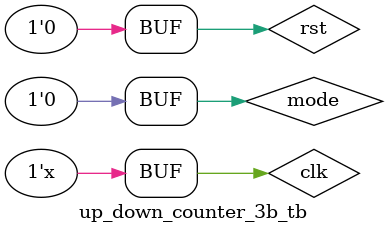
<source format=v>
module up_down_counter_3b (
    input clk,
    input rst,
    input mode,
    output reg[2:0] q
);
    always @(posedge clk) begin
        if(rst) 
            q = mode ? 0 : 7;
        else 
            q = mode ? q + 1 : q - 1;
    end
endmodule

module up_down_counter_3b_tb();
    reg clk=0,rst,mode=1;
    wire [2:0] q;
    up_down_counter_3b dut (clk,rst,mode,q);
    always #5 clk = ~clk;
    initial begin
        rst = 1; #10;
        rst = 0; mode=1; #100;
        rst = 1; mode=0; #10;
        rst = 0; mode=0; #100;
    end
endmodule
</source>
